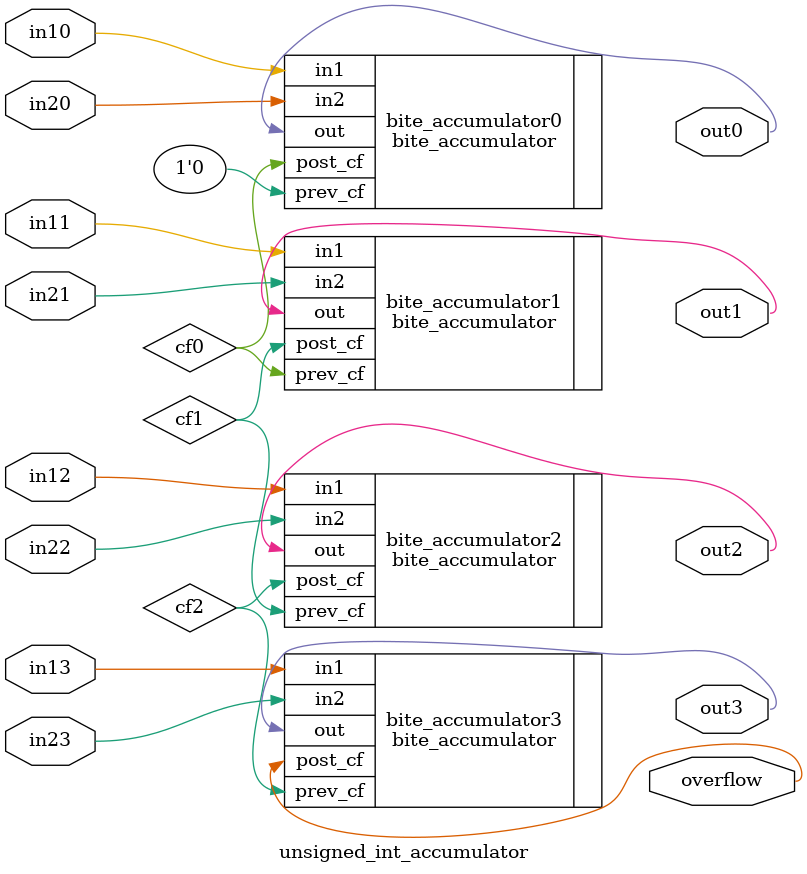
<source format=v>
`timescale 1ns / 1ps


module unsigned_int_accumulator(
    input in10, in11, in12, in13, 
    input in20, in21, in22, in23, 
    output out0, out1, out2, out3, 
    output overflow);
    
    wire cf0, cf1, cf2; 
    
    bite_accumulator bite_accumulator0(
    .in1(in10), 
    .in2(in20), 
    .prev_cf(1'b0), 
    .out(out0), 
    .post_cf(cf0));
    bite_accumulator bite_accumulator1(
    .in1(in11), 
    .in2(in21), 
    .prev_cf(cf0), 
    .out(out1), 
    .post_cf(cf1));
    bite_accumulator bite_accumulator2(
    .in1(in12), 
    .in2(in22), 
    .prev_cf(cf1), 
    .out(out2), 
    .post_cf(cf2));
    bite_accumulator bite_accumulator3(
    .in1(in13), 
    .in2(in23), 
    .prev_cf(cf2), 
    .out(out3), 
    .post_cf(overflow));
endmodule

</source>
